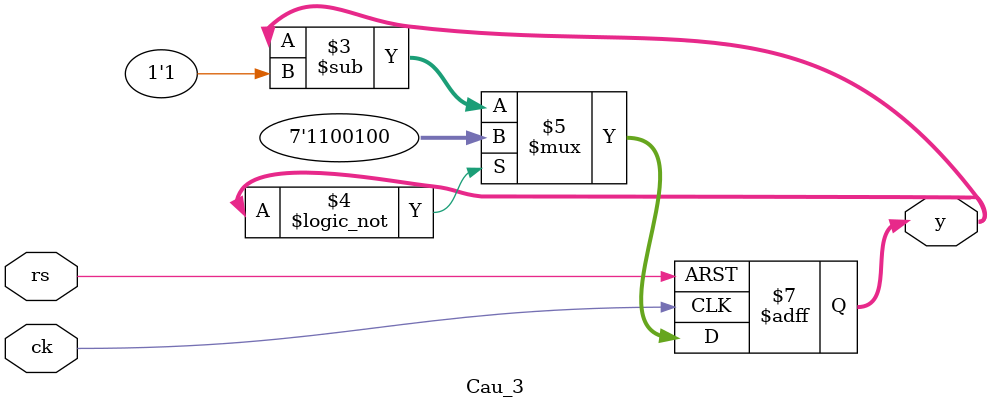
<source format=v>
module Cau_3(rs,ck,y);
input ck,rs;
output [6:0]y;
reg [6:0]y;
always @(posedge ck or negedge rs )
begin
if (rs == 0) y <= 7'b1100100;
else
	begin
		y <= y - 1'b1;
		if (y == 0)
			y <= 7'b1100100;
	end
end
endmodule
</source>
